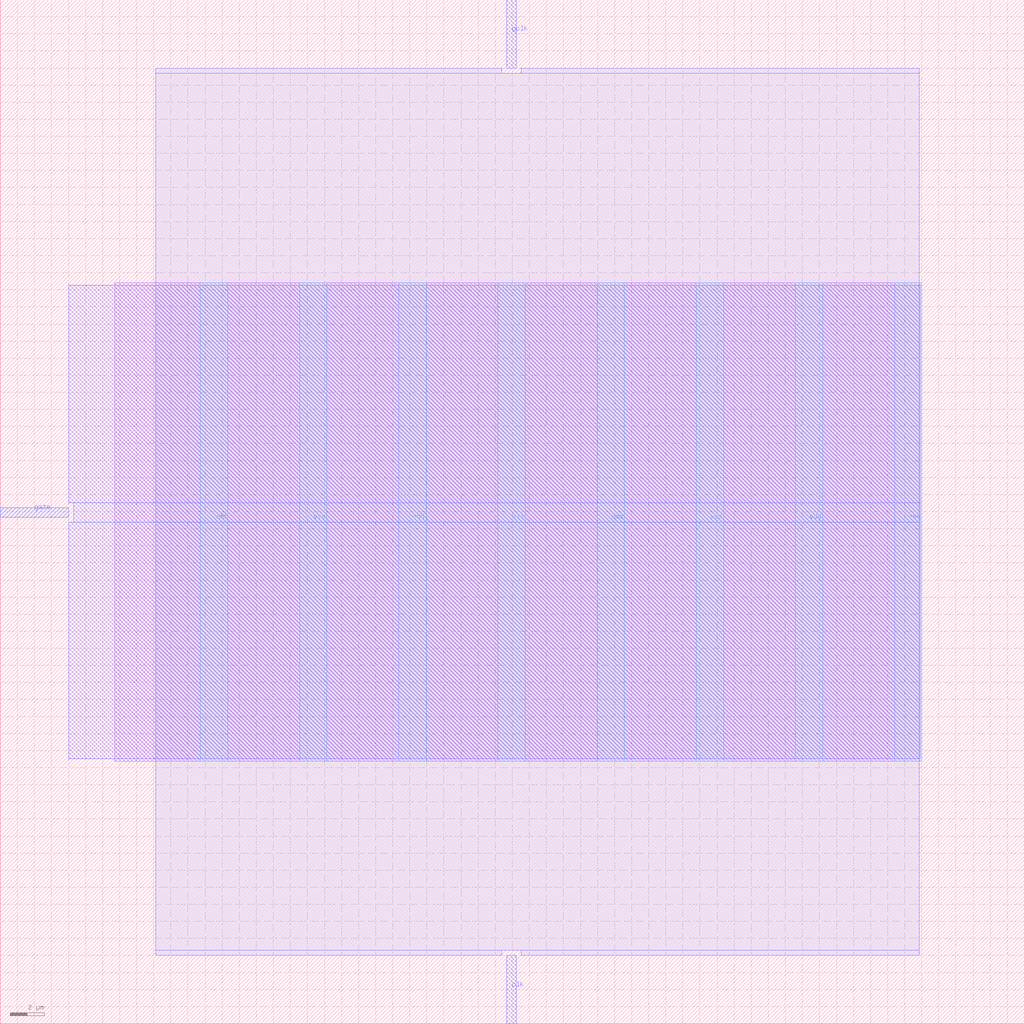
<source format=lef>
VERSION 5.7 ;
  NOWIREEXTENSIONATPIN ON ;
  DIVIDERCHAR "/" ;
  BUSBITCHARS "[]" ;
MACRO clkgate
  CLASS BLOCK ;
  FOREIGN clkgate ;
  ORIGIN 0.000 0.000 ;
  SIZE 60.000 BY 60.000 ;
  PIN clk
    DIRECTION INPUT ;
    USE SIGNAL ;
    PORT
      LAYER Metal2 ;
        RECT 29.680 0.000 30.240 4.000 ;
    END
  END clk
  PIN gate
    DIRECTION INPUT ;
    USE SIGNAL ;
    PORT
      LAYER Metal3 ;
        RECT 0.000 29.680 4.000 30.240 ;
    END
  END gate
  PIN gclk
    DIRECTION OUTPUT TRISTATE ;
    USE SIGNAL ;
    PORT
      LAYER Metal2 ;
        RECT 29.680 56.000 30.240 60.000 ;
    END
  END gclk
  PIN vdd
    DIRECTION INOUT ;
    USE POWER ;
    PORT
      LAYER Metal4 ;
        RECT 11.730 15.380 13.330 43.420 ;
    END
    PORT
      LAYER Metal4 ;
        RECT 23.350 15.380 24.950 43.420 ;
    END
    PORT
      LAYER Metal4 ;
        RECT 34.970 15.380 36.570 43.420 ;
    END
    PORT
      LAYER Metal4 ;
        RECT 46.590 15.380 48.190 43.420 ;
    END
  END vdd
  PIN vss
    DIRECTION INOUT ;
    USE GROUND ;
    PORT
      LAYER Metal4 ;
        RECT 17.540 15.380 19.140 43.420 ;
    END
    PORT
      LAYER Metal4 ;
        RECT 29.160 15.380 30.760 43.420 ;
    END
    PORT
      LAYER Metal4 ;
        RECT 40.780 15.380 42.380 43.420 ;
    END
    PORT
      LAYER Metal4 ;
        RECT 52.400 15.380 54.000 43.420 ;
    END
  END vss
  OBS
      LAYER Metal1 ;
        RECT 6.720 15.380 54.000 43.420 ;
      LAYER Metal2 ;
        RECT 9.100 55.700 29.380 56.000 ;
        RECT 30.540 55.700 53.860 56.000 ;
        RECT 9.100 4.300 53.860 55.700 ;
        RECT 9.100 4.000 29.380 4.300 ;
        RECT 30.540 4.000 53.860 4.300 ;
      LAYER Metal3 ;
        RECT 4.000 30.540 53.910 43.260 ;
        RECT 4.300 29.380 53.910 30.540 ;
        RECT 4.000 15.540 53.910 29.380 ;
  END
END clkgate
END LIBRARY


</source>
